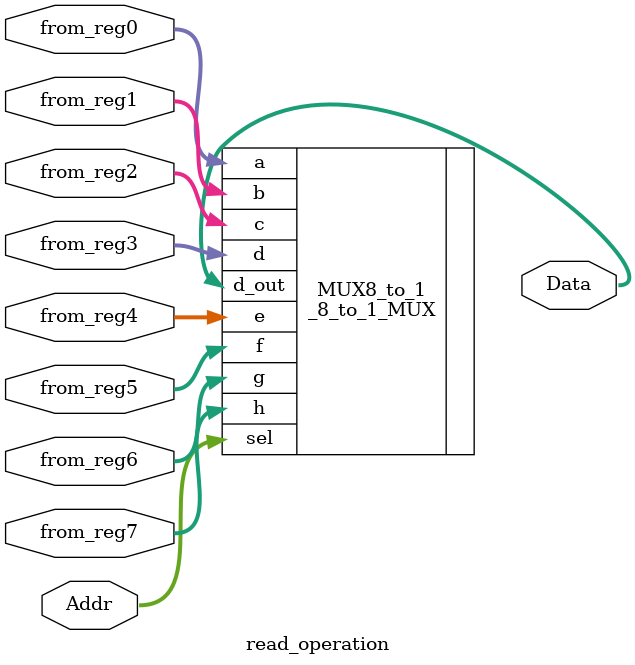
<source format=v>
module read_operation(Addr, Data, from_reg0, from_reg1, from_reg2, from_reg3, from_reg4, from_reg5, from_reg6, from_reg7);
	input [31:0] from_reg0, from_reg1, from_reg2, from_reg3, from_reg4, from_reg5, from_reg6, from_reg7;
	input [2:0] Addr;
	output [31:0] Data; //set input and output
	
	_8_to_1_MUX MUX8_to_1(.a(from_reg0), .b(from_reg1), .c(from_reg2), .d(from_reg3), .e(from_reg4), .f(from_reg5), .g(from_reg6), .h(from_reg7), 
	.sel(Addr), .d_out(Data)); //run 8_to_1 MUX
	
endmodule
	
</source>
